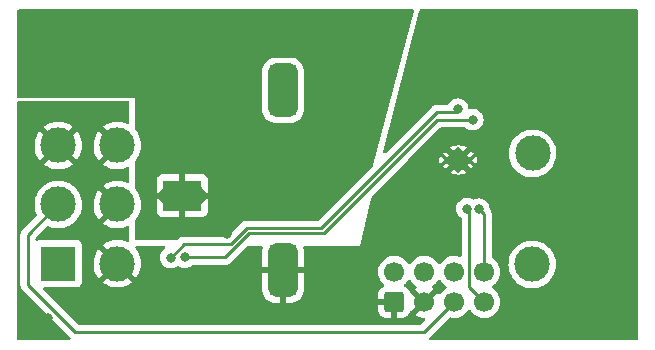
<source format=gbr>
%TF.GenerationSoftware,KiCad,Pcbnew,(6.0.9-0)*%
%TF.CreationDate,2022-12-01T16:18:30+01:00*%
%TF.ProjectId,Hlabs motor cotrol,486c6162-7320-46d6-9f74-6f7220636f74,rev?*%
%TF.SameCoordinates,Original*%
%TF.FileFunction,Copper,L2,Bot*%
%TF.FilePolarity,Positive*%
%FSLAX46Y46*%
G04 Gerber Fmt 4.6, Leading zero omitted, Abs format (unit mm)*
G04 Created by KiCad (PCBNEW (6.0.9-0)) date 2022-12-01 16:18:30*
%MOMM*%
%LPD*%
G01*
G04 APERTURE LIST*
G04 Aperture macros list*
%AMRoundRect*
0 Rectangle with rounded corners*
0 $1 Rounding radius*
0 $2 $3 $4 $5 $6 $7 $8 $9 X,Y pos of 4 corners*
0 Add a 4 corners polygon primitive as box body*
4,1,4,$2,$3,$4,$5,$6,$7,$8,$9,$2,$3,0*
0 Add four circle primitives for the rounded corners*
1,1,$1+$1,$2,$3*
1,1,$1+$1,$4,$5*
1,1,$1+$1,$6,$7*
1,1,$1+$1,$8,$9*
0 Add four rect primitives between the rounded corners*
20,1,$1+$1,$2,$3,$4,$5,0*
20,1,$1+$1,$4,$5,$6,$7,0*
20,1,$1+$1,$6,$7,$8,$9,0*
20,1,$1+$1,$8,$9,$2,$3,0*%
G04 Aperture macros list end*
%TA.AperFunction,ComponentPad*%
%ADD10C,0.300000*%
%TD*%
%TA.AperFunction,ComponentPad*%
%ADD11C,0.508000*%
%TD*%
%TA.AperFunction,ComponentPad*%
%ADD12RoundRect,0.250000X0.600000X-0.600000X0.600000X0.600000X-0.600000X0.600000X-0.600000X-0.600000X0*%
%TD*%
%TA.AperFunction,ComponentPad*%
%ADD13C,1.700000*%
%TD*%
%TA.AperFunction,ComponentPad*%
%ADD14C,0.630000*%
%TD*%
%TA.AperFunction,SMDPad,CuDef*%
%ADD15R,3.300000X2.600000*%
%TD*%
%TA.AperFunction,ComponentPad*%
%ADD16R,3.000000X3.000000*%
%TD*%
%TA.AperFunction,ComponentPad*%
%ADD17C,3.000000*%
%TD*%
%TA.AperFunction,ComponentPad*%
%ADD18RoundRect,0.625000X-0.625000X1.625000X-0.625000X-1.625000X0.625000X-1.625000X0.625000X1.625000X0*%
%TD*%
%TA.AperFunction,ViaPad*%
%ADD19C,0.800000*%
%TD*%
%TA.AperFunction,Conductor*%
%ADD20C,0.250000*%
%TD*%
G04 APERTURE END LIST*
D10*
%TO.P,REF\u002A\u002A,12*%
%TO.N,GND*%
X114312937Y-125234483D03*
%TO.P,REF\u002A\u002A,13*%
X113362937Y-124659483D03*
%TO.P,REF\u002A\u002A,14*%
X113362937Y-125809483D03*
%TO.P,REF\u002A\u002A,15*%
X112412937Y-125234483D03*
%TD*%
D11*
%TO.P,U1,V*%
%TO.N,GND*%
X112969237Y-124840783D03*
X113756637Y-125628183D03*
X112969237Y-125628183D03*
X113756637Y-124840783D03*
%TD*%
D12*
%TO.P,J1,1,Pin_1*%
%TO.N,GND*%
X107940000Y-137252500D03*
D13*
%TO.P,J1,2,Pin_2*%
%TO.N,/VMOT*%
X107940000Y-134712500D03*
%TO.P,J1,3,Pin_3*%
%TO.N,GND*%
X110480000Y-137252500D03*
%TO.P,J1,4,Pin_4*%
%TO.N,/VMOT*%
X110480000Y-134712500D03*
%TO.P,J1,5,Pin_5*%
%TO.N,pot_cmd*%
X113020000Y-137252500D03*
%TO.P,J1,6,Pin_6*%
%TO.N,+5V*%
X113020000Y-134712500D03*
%TO.P,J1,7,Pin_7*%
%TO.N,I2C SDA*%
X115560000Y-137252500D03*
%TO.P,J1,8,Pin_8*%
%TO.N,I2C SCL*%
X115560000Y-134712500D03*
%TD*%
D14*
%TO.P,U2,9,GND*%
%TO.N,GND1*%
X90000000Y-128900000D03*
X88700000Y-128900000D03*
X91300000Y-127600000D03*
D15*
X90000000Y-128250000D03*
D14*
X88700000Y-127600000D03*
X90000000Y-127600000D03*
X91300000Y-128900000D03*
%TD*%
D16*
%TO.P,RV1,1,1*%
%TO.N,+5V*%
X79500000Y-134000000D03*
D17*
%TO.P,RV1,2,2*%
%TO.N,pot_cmd*%
X79500000Y-129000000D03*
%TO.P,RV1,3,3*%
%TO.N,GND*%
X79500000Y-124000000D03*
%TO.P,RV1,4*%
X84500000Y-134000000D03*
%TO.P,RV1,5*%
X84500000Y-129000000D03*
%TO.P,RV1,6*%
X84500000Y-124000000D03*
D18*
%TO.P,RV1,GND*%
X98530000Y-119350000D03*
X98510000Y-134570000D03*
D17*
%TO.P,RV1,M+,M+*%
%TO.N,/M+*%
X119660000Y-124680000D03*
%TO.P,RV1,M-,M-*%
%TO.N,Net-(RV1-PadM-)*%
X119620000Y-134080000D03*
%TD*%
D19*
%TO.N,GND*%
X108750000Y-131750000D03*
X78600000Y-138600000D03*
X122160000Y-137940000D03*
X111820000Y-128430000D03*
X115350000Y-122970000D03*
X116510000Y-128470000D03*
%TO.N,I2C SDA*%
X114102133Y-129353291D03*
%TO.N,I2C SCL*%
X115100888Y-129391934D03*
%TO.N,Net-(U1-Pad1)*%
X90200000Y-133474500D03*
X114591999Y-121827158D03*
%TO.N,Net-(U1-Pad3)*%
X89000000Y-133500000D03*
X113320497Y-120930000D03*
%TO.N,GND1*%
X86750000Y-131500000D03*
X103500000Y-121975500D03*
X93500000Y-126250000D03*
X86750000Y-119000000D03*
X86800000Y-122750000D03*
X86750000Y-125250000D03*
X93750000Y-130250000D03*
X86750000Y-128250000D03*
X89500000Y-119000000D03*
X93750000Y-131500000D03*
X93200000Y-120400000D03*
%TD*%
D20*
%TO.N,pot_cmd*%
X76920000Y-135800000D02*
X80930000Y-139810000D01*
X110462500Y-139810000D02*
X113020000Y-137252500D01*
X79500000Y-129000000D02*
X76920000Y-131580000D01*
X80930000Y-139810000D02*
X110462500Y-139810000D01*
X76920000Y-131580000D02*
X76920000Y-135800000D01*
%TO.N,I2C SDA*%
X115560000Y-137252500D02*
X114280000Y-135972500D01*
X114280000Y-129531158D02*
X114102133Y-129353291D01*
X114280000Y-135972500D02*
X114280000Y-129531158D01*
%TO.N,I2C SCL*%
X115560000Y-134712500D02*
X115560000Y-129851046D01*
X115560000Y-129851046D02*
X115100888Y-129391934D01*
%TO.N,Net-(U1-Pad1)*%
X93636591Y-133474500D02*
X95661091Y-131450000D01*
X111582842Y-121827158D02*
X114591999Y-121827158D01*
X95661091Y-131450000D02*
X101960000Y-131450000D01*
X101960000Y-131450000D02*
X111582842Y-121827158D01*
X90200000Y-133474500D02*
X93636591Y-133474500D01*
%TO.N,Net-(U1-Pad3)*%
X90150707Y-132349293D02*
X89000000Y-133500000D01*
X101773604Y-131000000D02*
X95474695Y-131000000D01*
X95474695Y-131000000D02*
X94125402Y-132349293D01*
X113320497Y-120930000D02*
X113250497Y-120860000D01*
X94125402Y-132349293D02*
X90150707Y-132349293D01*
X113304483Y-121195517D02*
X111578087Y-121195517D01*
X111578087Y-121195517D02*
X101773604Y-131000000D01*
%TD*%
%TA.AperFunction,Conductor*%
%TO.N,GND1*%
G36*
X109574188Y-112511302D02*
G01*
X109620681Y-112564958D01*
X109630785Y-112635232D01*
X109627865Y-112649566D01*
X106175239Y-125678344D01*
X106142540Y-125735160D01*
X103696538Y-128181161D01*
X101548104Y-130329595D01*
X101485792Y-130363621D01*
X101459009Y-130366500D01*
X95553458Y-130366500D01*
X95542274Y-130365973D01*
X95534786Y-130364299D01*
X95526863Y-130364548D01*
X95466728Y-130366438D01*
X95462770Y-130366500D01*
X95434839Y-130366500D01*
X95430924Y-130366995D01*
X95430920Y-130366995D01*
X95430862Y-130367003D01*
X95430833Y-130367006D01*
X95418991Y-130367939D01*
X95374805Y-130369327D01*
X95357439Y-130374372D01*
X95355353Y-130374978D01*
X95336001Y-130378986D01*
X95323763Y-130380532D01*
X95323761Y-130380533D01*
X95315898Y-130381526D01*
X95274781Y-130397806D01*
X95263580Y-130401641D01*
X95221101Y-130413982D01*
X95214282Y-130418015D01*
X95214277Y-130418017D01*
X95203666Y-130424293D01*
X95185916Y-130432990D01*
X95167078Y-130440448D01*
X95160662Y-130445109D01*
X95160661Y-130445110D01*
X95131320Y-130466428D01*
X95121396Y-130472947D01*
X95090155Y-130491422D01*
X95090150Y-130491426D01*
X95083332Y-130495458D01*
X95069008Y-130509782D01*
X95053976Y-130522621D01*
X95037588Y-130534528D01*
X95009407Y-130568593D01*
X95001417Y-130577373D01*
X93899902Y-131678888D01*
X93837590Y-131712914D01*
X93810807Y-131715793D01*
X90229470Y-131715793D01*
X90218286Y-131715266D01*
X90210798Y-131713592D01*
X90202875Y-131713841D01*
X90142740Y-131715731D01*
X90138782Y-131715793D01*
X90110851Y-131715793D01*
X90106936Y-131716288D01*
X90106932Y-131716288D01*
X90106874Y-131716296D01*
X90106845Y-131716299D01*
X90095003Y-131717232D01*
X90050817Y-131718620D01*
X90033451Y-131723665D01*
X90031365Y-131724271D01*
X90012013Y-131728279D01*
X89999775Y-131729825D01*
X89999773Y-131729826D01*
X89991910Y-131730819D01*
X89950793Y-131747099D01*
X89939592Y-131750934D01*
X89897113Y-131763275D01*
X89890294Y-131767308D01*
X89890289Y-131767310D01*
X89879678Y-131773586D01*
X89861928Y-131782283D01*
X89843090Y-131789741D01*
X89836674Y-131794402D01*
X89836673Y-131794403D01*
X89807332Y-131815721D01*
X89797408Y-131822240D01*
X89766167Y-131840715D01*
X89766162Y-131840719D01*
X89759344Y-131844751D01*
X89745020Y-131859075D01*
X89729988Y-131871914D01*
X89713600Y-131883821D01*
X89695024Y-131906276D01*
X89685419Y-131917886D01*
X89677429Y-131926666D01*
X89641000Y-131963095D01*
X89578688Y-131997121D01*
X89551905Y-132000000D01*
X86126000Y-132000000D01*
X86057879Y-131979998D01*
X86011386Y-131926342D01*
X86000000Y-131874000D01*
X86000000Y-130389337D01*
X86020002Y-130321216D01*
X86032110Y-130305946D01*
X86031918Y-130305783D01*
X86034678Y-130302518D01*
X86037669Y-130299431D01*
X86199795Y-130078723D01*
X86212609Y-130055123D01*
X86328418Y-129841830D01*
X86328419Y-129841828D01*
X86330468Y-129838054D01*
X86419858Y-129601490D01*
X86422436Y-129594669D01*
X87842001Y-129594669D01*
X87842371Y-129601490D01*
X87847895Y-129652352D01*
X87851521Y-129667604D01*
X87896676Y-129788054D01*
X87905214Y-129803649D01*
X87981715Y-129905724D01*
X87994276Y-129918285D01*
X88096351Y-129994786D01*
X88111946Y-130003324D01*
X88232394Y-130048478D01*
X88247649Y-130052105D01*
X88298514Y-130057631D01*
X88305328Y-130058000D01*
X89727885Y-130058000D01*
X89743124Y-130053525D01*
X89744329Y-130052135D01*
X89746000Y-130044452D01*
X89746000Y-130039884D01*
X90254000Y-130039884D01*
X90258475Y-130055123D01*
X90259865Y-130056328D01*
X90267548Y-130057999D01*
X91694669Y-130057999D01*
X91701490Y-130057629D01*
X91752352Y-130052105D01*
X91767604Y-130048479D01*
X91888054Y-130003324D01*
X91903649Y-129994786D01*
X92005724Y-129918285D01*
X92018285Y-129905724D01*
X92094786Y-129803649D01*
X92103324Y-129788054D01*
X92148478Y-129667606D01*
X92152105Y-129652351D01*
X92157631Y-129601486D01*
X92158000Y-129594672D01*
X92158000Y-128522115D01*
X92153525Y-128506876D01*
X92152135Y-128505671D01*
X92144452Y-128504000D01*
X92073325Y-128504000D01*
X92047680Y-128511530D01*
X91389095Y-129170115D01*
X91326783Y-129204141D01*
X91255968Y-129199076D01*
X91210905Y-129170115D01*
X90662812Y-128622022D01*
X90648868Y-128614408D01*
X90647035Y-128614539D01*
X90640420Y-128618790D01*
X90266812Y-128992398D01*
X90254000Y-129015860D01*
X90254000Y-130039884D01*
X89746000Y-130039884D01*
X89746000Y-129023325D01*
X89738470Y-128997680D01*
X89362812Y-128622022D01*
X89348868Y-128614408D01*
X89347035Y-128614539D01*
X89340420Y-128618790D01*
X88789095Y-129170115D01*
X88726783Y-129204141D01*
X88655968Y-129199076D01*
X88610905Y-129170115D01*
X87957602Y-128516812D01*
X87940068Y-128507237D01*
X88670300Y-128507237D01*
X88673538Y-128514328D01*
X88687188Y-128527978D01*
X88701132Y-128535592D01*
X88702965Y-128535461D01*
X88709580Y-128531210D01*
X88723978Y-128516812D01*
X88729206Y-128507237D01*
X91270300Y-128507237D01*
X91273538Y-128514328D01*
X91287188Y-128527978D01*
X91301132Y-128535592D01*
X91302965Y-128535461D01*
X91309580Y-128531210D01*
X91323978Y-128516812D01*
X91329487Y-128506723D01*
X91322186Y-128504000D01*
X91281325Y-128504000D01*
X91270300Y-128507237D01*
X88729206Y-128507237D01*
X88729487Y-128506723D01*
X88722186Y-128504000D01*
X88681325Y-128504000D01*
X88670300Y-128507237D01*
X87940068Y-128507237D01*
X87934140Y-128504000D01*
X87860116Y-128504000D01*
X87844877Y-128508475D01*
X87843672Y-128509865D01*
X87842001Y-128517548D01*
X87842001Y-129594669D01*
X86422436Y-129594669D01*
X86425751Y-129585895D01*
X86425752Y-129585891D01*
X86427269Y-129581877D01*
X86478290Y-129359107D01*
X86487449Y-129319117D01*
X86487450Y-129319113D01*
X86488407Y-129314933D01*
X86512751Y-129042161D01*
X86512949Y-129023325D01*
X86513167Y-129002484D01*
X86513167Y-129002483D01*
X86513193Y-129000000D01*
X86494567Y-128726778D01*
X86439032Y-128458612D01*
X86347617Y-128200465D01*
X86239775Y-127991525D01*
X86232735Y-127977885D01*
X87842000Y-127977885D01*
X87846475Y-127993124D01*
X87847865Y-127994329D01*
X87855548Y-127996000D01*
X87926675Y-127996000D01*
X87935949Y-127993277D01*
X88670513Y-127993277D01*
X88677814Y-127996000D01*
X88718675Y-127996000D01*
X88727949Y-127993277D01*
X91270513Y-127993277D01*
X91277814Y-127996000D01*
X91318675Y-127996000D01*
X91329700Y-127992763D01*
X91326462Y-127985672D01*
X91312812Y-127972022D01*
X91298868Y-127964408D01*
X91297035Y-127964539D01*
X91290420Y-127968790D01*
X91276022Y-127983188D01*
X91270513Y-127993277D01*
X88727949Y-127993277D01*
X88729700Y-127992763D01*
X88726462Y-127985672D01*
X88712812Y-127972022D01*
X88698868Y-127964408D01*
X88697035Y-127964539D01*
X88690420Y-127968790D01*
X88676022Y-127983188D01*
X88670513Y-127993277D01*
X87935949Y-127993277D01*
X87952320Y-127988470D01*
X88610905Y-127329885D01*
X88673217Y-127295859D01*
X88744032Y-127300924D01*
X88789095Y-127329885D01*
X89337188Y-127877978D01*
X89351132Y-127885592D01*
X89352965Y-127885461D01*
X89359580Y-127881210D01*
X89733188Y-127507602D01*
X89746000Y-127484140D01*
X89746000Y-127476675D01*
X90254000Y-127476675D01*
X90261530Y-127502320D01*
X90637188Y-127877978D01*
X90651132Y-127885592D01*
X90652965Y-127885461D01*
X90659580Y-127881210D01*
X91210905Y-127329885D01*
X91273217Y-127295859D01*
X91344032Y-127300924D01*
X91389095Y-127329885D01*
X92042398Y-127983188D01*
X92065860Y-127996000D01*
X92139884Y-127996000D01*
X92155123Y-127991525D01*
X92156328Y-127990135D01*
X92157999Y-127982452D01*
X92157999Y-126905331D01*
X92157629Y-126898510D01*
X92152105Y-126847648D01*
X92148479Y-126832396D01*
X92103324Y-126711946D01*
X92094786Y-126696351D01*
X92018285Y-126594276D01*
X92005724Y-126581715D01*
X91903649Y-126505214D01*
X91888054Y-126496676D01*
X91767606Y-126451522D01*
X91752351Y-126447895D01*
X91701486Y-126442369D01*
X91694672Y-126442000D01*
X90272115Y-126442000D01*
X90256876Y-126446475D01*
X90255671Y-126447865D01*
X90254000Y-126455548D01*
X90254000Y-127476675D01*
X89746000Y-127476675D01*
X89746000Y-126460116D01*
X89741525Y-126444877D01*
X89740135Y-126443672D01*
X89732452Y-126442001D01*
X88305331Y-126442001D01*
X88298510Y-126442371D01*
X88247648Y-126447895D01*
X88232396Y-126451521D01*
X88111946Y-126496676D01*
X88096351Y-126505214D01*
X87994276Y-126581715D01*
X87981715Y-126594276D01*
X87905214Y-126696351D01*
X87896676Y-126711946D01*
X87851522Y-126832394D01*
X87847895Y-126847649D01*
X87842369Y-126898514D01*
X87842000Y-126905328D01*
X87842000Y-127977885D01*
X86232735Y-127977885D01*
X86223978Y-127960919D01*
X86223978Y-127960918D01*
X86222013Y-127957112D01*
X86209380Y-127939136D01*
X86067012Y-127736567D01*
X86067011Y-127736566D01*
X86064545Y-127733057D01*
X86061619Y-127729908D01*
X86033700Y-127699863D01*
X86001981Y-127636346D01*
X86000000Y-127614092D01*
X86000000Y-125389337D01*
X86020002Y-125321216D01*
X86032110Y-125305946D01*
X86031918Y-125305783D01*
X86034678Y-125302518D01*
X86037669Y-125299431D01*
X86199795Y-125078723D01*
X86201841Y-125074955D01*
X86328418Y-124841830D01*
X86328419Y-124841828D01*
X86330468Y-124838054D01*
X86427269Y-124581877D01*
X86488407Y-124314933D01*
X86512751Y-124042161D01*
X86513193Y-124000000D01*
X86494567Y-123726778D01*
X86439032Y-123458612D01*
X86347617Y-123200465D01*
X86222013Y-122957112D01*
X86209380Y-122939136D01*
X86067012Y-122736567D01*
X86067011Y-122736566D01*
X86064545Y-122733057D01*
X86061619Y-122729908D01*
X86033700Y-122699863D01*
X86001981Y-122636346D01*
X86000000Y-122614092D01*
X86000000Y-121061784D01*
X96771500Y-121061784D01*
X96774591Y-121111795D01*
X96820852Y-121323082D01*
X96906232Y-121521809D01*
X97027650Y-121700807D01*
X97103626Y-121776650D01*
X97176479Y-121849376D01*
X97176482Y-121849379D01*
X97180726Y-121853615D01*
X97359935Y-121974721D01*
X97558811Y-122059754D01*
X97564671Y-122061026D01*
X97564670Y-122061026D01*
X97765416Y-122104612D01*
X97765418Y-122104612D01*
X97770179Y-122105646D01*
X97780610Y-122106266D01*
X97816360Y-122108390D01*
X97816369Y-122108390D01*
X97818216Y-122108500D01*
X99241784Y-122108500D01*
X99291795Y-122105409D01*
X99503082Y-122059148D01*
X99701809Y-121973768D01*
X99880807Y-121852350D01*
X99956650Y-121776374D01*
X100029376Y-121703521D01*
X100029379Y-121703518D01*
X100033615Y-121699274D01*
X100154721Y-121520065D01*
X100239754Y-121321189D01*
X100285646Y-121109821D01*
X100288500Y-121061784D01*
X100288500Y-117638216D01*
X100285409Y-117588205D01*
X100239148Y-117376918D01*
X100153768Y-117178191D01*
X100032350Y-116999193D01*
X99884801Y-116851902D01*
X99883521Y-116850624D01*
X99883518Y-116850621D01*
X99879274Y-116846385D01*
X99700065Y-116725279D01*
X99501189Y-116640246D01*
X99410852Y-116620632D01*
X99294584Y-116595388D01*
X99294582Y-116595388D01*
X99289821Y-116594354D01*
X99279390Y-116593734D01*
X99243640Y-116591610D01*
X99243631Y-116591610D01*
X99241784Y-116591500D01*
X97818216Y-116591500D01*
X97768205Y-116594591D01*
X97556918Y-116640852D01*
X97358191Y-116726232D01*
X97179193Y-116847650D01*
X97103350Y-116923626D01*
X97030624Y-116996479D01*
X97030621Y-116996482D01*
X97026385Y-117000726D01*
X96905279Y-117179935D01*
X96820246Y-117378811D01*
X96774354Y-117590179D01*
X96771500Y-117638216D01*
X96771500Y-121061784D01*
X86000000Y-121061784D01*
X86000000Y-120000000D01*
X76134500Y-120000000D01*
X76066379Y-119979998D01*
X76019886Y-119926342D01*
X76008500Y-119874000D01*
X76008500Y-112617300D01*
X76028502Y-112549179D01*
X76082158Y-112502686D01*
X76134500Y-112491300D01*
X109506067Y-112491300D01*
X109574188Y-112511302D01*
G37*
%TD.AperFunction*%
%TD*%
%TA.AperFunction,Conductor*%
%TO.N,GND*%
G36*
X128543421Y-112511302D02*
G01*
X128589914Y-112564958D01*
X128601300Y-112617300D01*
X128601300Y-140365500D01*
X128581298Y-140433621D01*
X128527642Y-140480114D01*
X128475300Y-140491500D01*
X110986349Y-140491500D01*
X110918228Y-140471498D01*
X110871735Y-140417842D01*
X110861631Y-140347568D01*
X110891125Y-140282988D01*
X110895431Y-140278506D01*
X110899607Y-140275472D01*
X110927798Y-140241395D01*
X110935788Y-140232616D01*
X112564549Y-138603855D01*
X112626861Y-138569829D01*
X112678762Y-138569479D01*
X112858597Y-138606067D01*
X112863772Y-138606257D01*
X112863774Y-138606257D01*
X113076673Y-138614064D01*
X113076677Y-138614064D01*
X113081837Y-138614253D01*
X113086957Y-138613597D01*
X113086959Y-138613597D01*
X113298288Y-138586525D01*
X113298289Y-138586525D01*
X113303416Y-138585868D01*
X113308366Y-138584383D01*
X113512429Y-138523161D01*
X113512434Y-138523159D01*
X113517384Y-138521674D01*
X113717994Y-138423396D01*
X113899860Y-138293673D01*
X114058096Y-138135989D01*
X114188453Y-137954577D01*
X114189776Y-137955528D01*
X114236645Y-137912357D01*
X114306580Y-137900125D01*
X114372026Y-137927644D01*
X114399875Y-137959494D01*
X114459987Y-138057588D01*
X114606250Y-138226438D01*
X114778126Y-138369132D01*
X114971000Y-138481838D01*
X115179692Y-138561530D01*
X115184760Y-138562561D01*
X115184763Y-138562562D01*
X115292017Y-138584383D01*
X115398597Y-138606067D01*
X115403772Y-138606257D01*
X115403774Y-138606257D01*
X115616673Y-138614064D01*
X115616677Y-138614064D01*
X115621837Y-138614253D01*
X115626957Y-138613597D01*
X115626959Y-138613597D01*
X115838288Y-138586525D01*
X115838289Y-138586525D01*
X115843416Y-138585868D01*
X115848366Y-138584383D01*
X116052429Y-138523161D01*
X116052434Y-138523159D01*
X116057384Y-138521674D01*
X116257994Y-138423396D01*
X116439860Y-138293673D01*
X116598096Y-138135989D01*
X116728453Y-137954577D01*
X116749320Y-137912357D01*
X116825136Y-137758953D01*
X116825137Y-137758951D01*
X116827430Y-137754311D01*
X116892370Y-137540569D01*
X116921529Y-137319090D01*
X116922485Y-137279952D01*
X116923074Y-137255865D01*
X116923074Y-137255861D01*
X116923156Y-137252500D01*
X116904852Y-137029861D01*
X116850431Y-136813202D01*
X116761354Y-136608340D01*
X116714024Y-136535179D01*
X116642822Y-136425117D01*
X116642820Y-136425114D01*
X116640014Y-136420777D01*
X116489670Y-136255551D01*
X116485619Y-136252352D01*
X116485615Y-136252348D01*
X116318414Y-136120300D01*
X116318410Y-136120298D01*
X116314359Y-136117098D01*
X116273053Y-136094296D01*
X116223084Y-136043864D01*
X116208312Y-135974421D01*
X116233428Y-135908016D01*
X116260780Y-135881409D01*
X116319035Y-135839856D01*
X116439860Y-135753673D01*
X116445718Y-135747836D01*
X116563385Y-135630579D01*
X116598096Y-135595989D01*
X116634939Y-135544717D01*
X116725435Y-135418777D01*
X116728453Y-135414577D01*
X116749320Y-135372357D01*
X116825136Y-135218953D01*
X116825137Y-135218951D01*
X116827430Y-135214311D01*
X116892370Y-135000569D01*
X116921529Y-134779090D01*
X116923156Y-134712500D01*
X116904852Y-134489861D01*
X116850431Y-134273202D01*
X116761354Y-134068340D01*
X116755259Y-134058918D01*
X117606917Y-134058918D01*
X117622682Y-134332320D01*
X117623507Y-134336525D01*
X117623508Y-134336533D01*
X117637628Y-134408500D01*
X117675405Y-134601053D01*
X117676792Y-134605103D01*
X117676793Y-134605108D01*
X117757770Y-134841621D01*
X117764112Y-134860144D01*
X117787812Y-134907267D01*
X117875650Y-135081913D01*
X117887160Y-135104799D01*
X117889586Y-135108328D01*
X117889589Y-135108334D01*
X117963944Y-135216520D01*
X118042274Y-135330490D01*
X118045161Y-135333663D01*
X118045162Y-135333664D01*
X118123261Y-135419494D01*
X118226582Y-135533043D01*
X118229877Y-135535798D01*
X118229878Y-135535799D01*
X118274382Y-135573010D01*
X118436675Y-135708707D01*
X118440316Y-135710991D01*
X118665024Y-135851951D01*
X118665028Y-135851953D01*
X118668664Y-135854234D01*
X118752240Y-135891970D01*
X118914345Y-135965164D01*
X118914349Y-135965166D01*
X118918257Y-135966930D01*
X118967931Y-135981644D01*
X119176723Y-136043491D01*
X119176727Y-136043492D01*
X119180836Y-136044709D01*
X119185070Y-136045357D01*
X119185075Y-136045358D01*
X119447298Y-136085483D01*
X119447300Y-136085483D01*
X119451540Y-136086132D01*
X119590912Y-136088322D01*
X119721071Y-136090367D01*
X119721077Y-136090367D01*
X119725362Y-136090434D01*
X119997235Y-136057534D01*
X120262127Y-135988041D01*
X120266087Y-135986401D01*
X120266092Y-135986399D01*
X120427988Y-135919339D01*
X120515136Y-135883241D01*
X120706332Y-135771515D01*
X120747879Y-135747237D01*
X120747880Y-135747236D01*
X120751582Y-135745073D01*
X120967089Y-135576094D01*
X120990893Y-135551531D01*
X121119540Y-135418777D01*
X121157669Y-135379431D01*
X121160202Y-135375983D01*
X121160206Y-135375978D01*
X121317257Y-135162178D01*
X121319795Y-135158723D01*
X121338146Y-135124925D01*
X121448418Y-134921830D01*
X121448419Y-134921828D01*
X121450468Y-134918054D01*
X121547269Y-134661877D01*
X121608407Y-134394933D01*
X121609595Y-134381628D01*
X121632531Y-134124627D01*
X121632531Y-134124625D01*
X121632751Y-134122161D01*
X121632900Y-134108000D01*
X121633167Y-134082484D01*
X121633167Y-134082483D01*
X121633193Y-134080000D01*
X121630730Y-134043875D01*
X121614859Y-133811055D01*
X121614858Y-133811049D01*
X121614567Y-133806778D01*
X121598900Y-133731123D01*
X121563899Y-133562112D01*
X121559032Y-133538612D01*
X121467617Y-133280465D01*
X121342013Y-133037112D01*
X121332040Y-133022921D01*
X121217673Y-132860194D01*
X121184545Y-132813057D01*
X121031401Y-132648254D01*
X121001046Y-132615588D01*
X121001043Y-132615585D01*
X120998125Y-132612445D01*
X120994810Y-132609731D01*
X120994806Y-132609728D01*
X120789523Y-132441706D01*
X120786205Y-132438990D01*
X120552704Y-132295901D01*
X120548768Y-132294173D01*
X120305873Y-132187549D01*
X120305869Y-132187548D01*
X120301945Y-132185825D01*
X120038566Y-132110800D01*
X120034324Y-132110196D01*
X120034318Y-132110195D01*
X119826885Y-132080673D01*
X119767443Y-132072213D01*
X119623589Y-132071460D01*
X119497877Y-132070802D01*
X119497871Y-132070802D01*
X119493591Y-132070780D01*
X119489347Y-132071339D01*
X119489343Y-132071339D01*
X119418445Y-132080673D01*
X119222078Y-132106525D01*
X119217938Y-132107658D01*
X119217936Y-132107658D01*
X119145008Y-132127609D01*
X118957928Y-132178788D01*
X118953980Y-132180472D01*
X118709982Y-132284546D01*
X118709978Y-132284548D01*
X118706030Y-132286232D01*
X118686125Y-132298145D01*
X118474725Y-132424664D01*
X118474721Y-132424667D01*
X118471043Y-132426868D01*
X118257318Y-132598094D01*
X118068808Y-132796742D01*
X117909002Y-133019136D01*
X117780857Y-133261161D01*
X117779385Y-133265184D01*
X117779383Y-133265188D01*
X117689556Y-133510650D01*
X117686743Y-133518337D01*
X117628404Y-133785907D01*
X117628068Y-133790177D01*
X117616279Y-133939972D01*
X117606917Y-134058918D01*
X116755259Y-134058918D01*
X116656264Y-133905895D01*
X116642822Y-133885117D01*
X116642820Y-133885114D01*
X116640014Y-133880777D01*
X116489670Y-133715551D01*
X116485619Y-133712352D01*
X116485615Y-133712348D01*
X116318414Y-133580300D01*
X116318410Y-133580298D01*
X116314359Y-133577098D01*
X116309835Y-133574601D01*
X116309831Y-133574598D01*
X116258608Y-133546322D01*
X116208636Y-133495890D01*
X116193500Y-133436013D01*
X116193500Y-129929809D01*
X116194027Y-129918625D01*
X116195701Y-129911137D01*
X116193562Y-129843078D01*
X116193500Y-129839121D01*
X116193500Y-129811190D01*
X116192994Y-129807184D01*
X116192061Y-129795338D01*
X116190922Y-129759083D01*
X116190673Y-129751156D01*
X116185022Y-129731704D01*
X116181014Y-129712352D01*
X116179468Y-129700114D01*
X116179467Y-129700112D01*
X116178474Y-129692249D01*
X116162194Y-129651132D01*
X116158359Y-129639931D01*
X116146018Y-129597452D01*
X116141985Y-129590633D01*
X116141983Y-129590628D01*
X116135707Y-129580017D01*
X116127010Y-129562267D01*
X116119552Y-129543429D01*
X116093571Y-129507669D01*
X116087053Y-129497747D01*
X116068578Y-129466506D01*
X116068574Y-129466501D01*
X116064542Y-129459683D01*
X116050218Y-129445359D01*
X116037371Y-129430316D01*
X116035061Y-129427136D01*
X116011693Y-129366254D01*
X115995120Y-129208569D01*
X115995120Y-129208567D01*
X115994430Y-129202006D01*
X115935415Y-129020378D01*
X115839928Y-128854990D01*
X115712141Y-128713068D01*
X115557640Y-128600816D01*
X115551612Y-128598132D01*
X115551610Y-128598131D01*
X115389207Y-128525825D01*
X115389206Y-128525825D01*
X115383176Y-128523140D01*
X115289775Y-128503287D01*
X115202832Y-128484806D01*
X115202827Y-128484806D01*
X115196375Y-128483434D01*
X115005401Y-128483434D01*
X114998949Y-128484806D01*
X114998944Y-128484806D01*
X114912001Y-128503287D01*
X114818600Y-128523140D01*
X114812570Y-128525825D01*
X114812569Y-128525825D01*
X114690712Y-128580079D01*
X114620345Y-128589513D01*
X114570214Y-128568887D01*
X114569944Y-128569355D01*
X114566456Y-128567341D01*
X114565401Y-128566907D01*
X114564228Y-128566055D01*
X114558885Y-128562173D01*
X114552857Y-128559489D01*
X114552855Y-128559488D01*
X114390452Y-128487182D01*
X114390451Y-128487182D01*
X114384421Y-128484497D01*
X114282388Y-128462809D01*
X114204077Y-128446163D01*
X114204072Y-128446163D01*
X114197620Y-128444791D01*
X114006646Y-128444791D01*
X114000194Y-128446163D01*
X114000189Y-128446163D01*
X113921878Y-128462809D01*
X113819845Y-128484497D01*
X113813815Y-128487182D01*
X113813814Y-128487182D01*
X113651411Y-128559488D01*
X113651409Y-128559489D01*
X113645381Y-128562173D01*
X113640040Y-128566053D01*
X113640039Y-128566054D01*
X113607751Y-128589513D01*
X113490880Y-128674425D01*
X113486459Y-128679335D01*
X113486458Y-128679336D01*
X113389568Y-128786944D01*
X113363093Y-128816347D01*
X113267606Y-128981735D01*
X113208591Y-129163363D01*
X113207901Y-129169924D01*
X113207901Y-129169926D01*
X113193110Y-129310657D01*
X113188629Y-129353291D01*
X113189319Y-129359856D01*
X113196725Y-129430316D01*
X113208591Y-129543219D01*
X113267606Y-129724847D01*
X113270909Y-129730569D01*
X113270910Y-129730570D01*
X113287372Y-129759083D01*
X113363093Y-129890235D01*
X113367511Y-129895142D01*
X113367512Y-129895143D01*
X113462479Y-130000615D01*
X113490880Y-130032157D01*
X113559728Y-130082178D01*
X113594561Y-130107486D01*
X113637915Y-130163708D01*
X113646500Y-130209422D01*
X113646500Y-133314830D01*
X113626498Y-133382951D01*
X113572842Y-133429444D01*
X113502568Y-133439548D01*
X113478443Y-133433604D01*
X113424658Y-133414558D01*
X113373087Y-133396295D01*
X113373083Y-133396294D01*
X113368212Y-133394569D01*
X113363119Y-133393662D01*
X113363116Y-133393661D01*
X113153373Y-133356300D01*
X113153367Y-133356299D01*
X113148284Y-133355394D01*
X113074452Y-133354492D01*
X112930081Y-133352728D01*
X112930079Y-133352728D01*
X112924911Y-133352665D01*
X112704091Y-133386455D01*
X112491756Y-133455857D01*
X112461443Y-133471637D01*
X112317975Y-133546322D01*
X112293607Y-133559007D01*
X112289474Y-133562110D01*
X112289471Y-133562112D01*
X112265247Y-133580300D01*
X112114965Y-133693135D01*
X111960629Y-133854638D01*
X111853201Y-134012121D01*
X111798293Y-134057121D01*
X111727768Y-134065292D01*
X111664021Y-134034038D01*
X111643324Y-134009554D01*
X111562822Y-133885117D01*
X111562820Y-133885114D01*
X111560014Y-133880777D01*
X111409670Y-133715551D01*
X111405619Y-133712352D01*
X111405615Y-133712348D01*
X111238414Y-133580300D01*
X111238410Y-133580298D01*
X111234359Y-133577098D01*
X111229831Y-133574598D01*
X111164641Y-133538612D01*
X111038789Y-133469138D01*
X111033920Y-133467414D01*
X111033916Y-133467412D01*
X110833087Y-133396295D01*
X110833083Y-133396294D01*
X110828212Y-133394569D01*
X110823119Y-133393662D01*
X110823116Y-133393661D01*
X110613373Y-133356300D01*
X110613367Y-133356299D01*
X110608284Y-133355394D01*
X110534452Y-133354492D01*
X110390081Y-133352728D01*
X110390079Y-133352728D01*
X110384911Y-133352665D01*
X110164091Y-133386455D01*
X109951756Y-133455857D01*
X109921443Y-133471637D01*
X109777975Y-133546322D01*
X109753607Y-133559007D01*
X109749474Y-133562110D01*
X109749471Y-133562112D01*
X109725247Y-133580300D01*
X109574965Y-133693135D01*
X109420629Y-133854638D01*
X109313201Y-134012121D01*
X109258293Y-134057121D01*
X109187768Y-134065292D01*
X109124021Y-134034038D01*
X109103324Y-134009554D01*
X109022822Y-133885117D01*
X109022820Y-133885114D01*
X109020014Y-133880777D01*
X108869670Y-133715551D01*
X108865619Y-133712352D01*
X108865615Y-133712348D01*
X108698414Y-133580300D01*
X108698410Y-133580298D01*
X108694359Y-133577098D01*
X108689831Y-133574598D01*
X108624641Y-133538612D01*
X108498789Y-133469138D01*
X108493920Y-133467414D01*
X108493916Y-133467412D01*
X108293087Y-133396295D01*
X108293083Y-133396294D01*
X108288212Y-133394569D01*
X108283119Y-133393662D01*
X108283116Y-133393661D01*
X108073373Y-133356300D01*
X108073367Y-133356299D01*
X108068284Y-133355394D01*
X107994452Y-133354492D01*
X107850081Y-133352728D01*
X107850079Y-133352728D01*
X107844911Y-133352665D01*
X107624091Y-133386455D01*
X107411756Y-133455857D01*
X107381443Y-133471637D01*
X107237975Y-133546322D01*
X107213607Y-133559007D01*
X107209474Y-133562110D01*
X107209471Y-133562112D01*
X107185247Y-133580300D01*
X107034965Y-133693135D01*
X106880629Y-133854638D01*
X106754743Y-134039180D01*
X106721776Y-134110202D01*
X106670660Y-134220323D01*
X106660688Y-134241805D01*
X106600989Y-134457070D01*
X106577251Y-134679195D01*
X106577548Y-134684348D01*
X106577548Y-134684351D01*
X106585766Y-134826876D01*
X106590110Y-134902215D01*
X106591247Y-134907261D01*
X106591248Y-134907267D01*
X106594530Y-134921830D01*
X106639222Y-135120139D01*
X106723266Y-135327116D01*
X106774019Y-135409938D01*
X106837291Y-135513188D01*
X106839987Y-135517588D01*
X106986250Y-135686438D01*
X107053686Y-135742424D01*
X107056772Y-135744986D01*
X107096408Y-135803889D01*
X107097906Y-135874870D01*
X107060792Y-135935393D01*
X107029739Y-135956032D01*
X107010040Y-135965260D01*
X106872193Y-136050563D01*
X106860792Y-136059599D01*
X106746261Y-136174329D01*
X106737249Y-136185740D01*
X106652184Y-136323743D01*
X106646037Y-136336924D01*
X106594862Y-136491210D01*
X106591995Y-136504586D01*
X106582328Y-136598938D01*
X106582000Y-136605355D01*
X106582000Y-136980385D01*
X106586475Y-136995624D01*
X106587865Y-136996829D01*
X106595548Y-136998500D01*
X108068000Y-136998500D01*
X108136121Y-137018502D01*
X108182614Y-137072158D01*
X108194000Y-137124500D01*
X108194000Y-138592384D01*
X108198475Y-138607623D01*
X108199865Y-138608828D01*
X108207548Y-138610499D01*
X108587095Y-138610499D01*
X108593614Y-138610162D01*
X108689206Y-138600243D01*
X108702600Y-138597351D01*
X108856784Y-138545912D01*
X108869962Y-138539739D01*
X109007807Y-138454437D01*
X109019208Y-138445401D01*
X109133739Y-138330671D01*
X109142751Y-138319260D01*
X109227816Y-138181257D01*
X109233964Y-138168074D01*
X109256297Y-138100741D01*
X109296727Y-138042381D01*
X109326015Y-138024699D01*
X109365694Y-138007596D01*
X110107978Y-137265312D01*
X110115592Y-137251368D01*
X110115461Y-137249535D01*
X110111210Y-137242920D01*
X109369849Y-136501559D01*
X109329966Y-136479780D01*
X109316009Y-136476744D01*
X109265807Y-136426542D01*
X109256871Y-136406032D01*
X109233413Y-136335718D01*
X109227239Y-136322538D01*
X109141937Y-136184693D01*
X109132901Y-136173292D01*
X109018171Y-136058761D01*
X109006760Y-136049749D01*
X108868757Y-135964684D01*
X108854478Y-135958025D01*
X108801193Y-135911107D01*
X108781732Y-135842830D01*
X108802274Y-135774870D01*
X108820475Y-135754290D01*
X108819860Y-135753673D01*
X108943385Y-135630579D01*
X108978096Y-135595989D01*
X109014939Y-135544717D01*
X109108453Y-135414577D01*
X109109776Y-135415528D01*
X109156645Y-135372357D01*
X109226580Y-135360125D01*
X109292026Y-135387644D01*
X109319875Y-135419494D01*
X109379987Y-135517588D01*
X109526250Y-135686438D01*
X109698126Y-135829132D01*
X109733427Y-135849760D01*
X109771955Y-135872274D01*
X109820679Y-135923912D01*
X109833750Y-135993695D01*
X109807019Y-136059467D01*
X109766562Y-136092827D01*
X109758460Y-136097044D01*
X109749734Y-136102539D01*
X109729677Y-136117599D01*
X109721223Y-136128927D01*
X109727968Y-136141258D01*
X110467188Y-136880478D01*
X110481132Y-136888092D01*
X110482965Y-136887961D01*
X110489580Y-136883710D01*
X111233389Y-136139901D01*
X111240410Y-136127044D01*
X111233611Y-136117713D01*
X111229559Y-136115021D01*
X111192602Y-136094620D01*
X111142631Y-136044187D01*
X111127859Y-135974745D01*
X111152975Y-135908339D01*
X111180327Y-135881732D01*
X111218878Y-135854234D01*
X111359860Y-135753673D01*
X111365718Y-135747836D01*
X111483385Y-135630579D01*
X111518096Y-135595989D01*
X111554939Y-135544717D01*
X111648453Y-135414577D01*
X111649776Y-135415528D01*
X111696645Y-135372357D01*
X111766580Y-135360125D01*
X111832026Y-135387644D01*
X111859875Y-135419494D01*
X111919987Y-135517588D01*
X112066250Y-135686438D01*
X112238126Y-135829132D01*
X112273427Y-135849760D01*
X112311445Y-135871976D01*
X112360169Y-135923614D01*
X112373240Y-135993397D01*
X112346509Y-136059169D01*
X112306055Y-136092527D01*
X112293607Y-136099007D01*
X112289474Y-136102110D01*
X112289471Y-136102112D01*
X112131504Y-136220717D01*
X112114965Y-136233135D01*
X111960629Y-136394638D01*
X111957715Y-136398910D01*
X111957714Y-136398911D01*
X111906153Y-136474497D01*
X111863467Y-136537073D01*
X111852898Y-136552566D01*
X111797987Y-136597569D01*
X111727462Y-136605740D01*
X111663715Y-136574486D01*
X111643017Y-136550001D01*
X111613062Y-136503697D01*
X111602377Y-136494495D01*
X111592812Y-136498898D01*
X109726737Y-138364973D01*
X109719977Y-138377353D01*
X109725258Y-138384407D01*
X109886756Y-138478779D01*
X109896042Y-138483229D01*
X110095001Y-138559203D01*
X110104899Y-138562079D01*
X110313595Y-138604538D01*
X110323823Y-138605757D01*
X110466131Y-138610976D01*
X110533473Y-138633461D01*
X110577969Y-138688784D01*
X110585491Y-138759381D01*
X110550609Y-138825986D01*
X110237000Y-139139595D01*
X110174688Y-139173621D01*
X110147905Y-139176500D01*
X81244595Y-139176500D01*
X81176474Y-139156498D01*
X81155500Y-139139595D01*
X79915500Y-137899595D01*
X106582001Y-137899595D01*
X106582338Y-137906114D01*
X106592257Y-138001706D01*
X106595149Y-138015100D01*
X106646588Y-138169284D01*
X106652761Y-138182462D01*
X106738063Y-138320307D01*
X106747099Y-138331708D01*
X106861829Y-138446239D01*
X106873240Y-138455251D01*
X107011243Y-138540316D01*
X107024424Y-138546463D01*
X107178710Y-138597638D01*
X107192086Y-138600505D01*
X107286438Y-138610172D01*
X107292854Y-138610500D01*
X107667885Y-138610500D01*
X107683124Y-138606025D01*
X107684329Y-138604635D01*
X107686000Y-138596952D01*
X107686000Y-137524615D01*
X107681525Y-137509376D01*
X107680135Y-137508171D01*
X107672452Y-137506500D01*
X106600116Y-137506500D01*
X106584877Y-137510975D01*
X106583672Y-137512365D01*
X106582001Y-137520048D01*
X106582001Y-137899595D01*
X79915500Y-137899595D01*
X78295712Y-136279807D01*
X96752001Y-136279807D01*
X96752121Y-136283701D01*
X96754790Y-136326893D01*
X96756126Y-136336472D01*
X96800048Y-136537073D01*
X96803695Y-136548432D01*
X96884306Y-136736059D01*
X96890041Y-136746533D01*
X97004669Y-136915522D01*
X97012282Y-136924724D01*
X97156802Y-137068992D01*
X97166015Y-137076587D01*
X97335206Y-137190922D01*
X97345690Y-137196638D01*
X97533450Y-137276918D01*
X97544821Y-137280547D01*
X97745480Y-137324115D01*
X97755100Y-137325437D01*
X97796387Y-137327890D01*
X97800102Y-137328000D01*
X98237885Y-137328000D01*
X98253124Y-137323525D01*
X98254329Y-137322135D01*
X98256000Y-137314452D01*
X98256000Y-137309884D01*
X98764000Y-137309884D01*
X98768475Y-137325123D01*
X98769865Y-137326328D01*
X98777548Y-137327999D01*
X99219807Y-137327999D01*
X99223701Y-137327879D01*
X99266893Y-137325210D01*
X99276472Y-137323874D01*
X99477073Y-137279952D01*
X99488432Y-137276305D01*
X99676059Y-137195694D01*
X99686533Y-137189959D01*
X99855522Y-137075331D01*
X99864724Y-137067718D01*
X100008992Y-136923198D01*
X100016587Y-136913985D01*
X100130922Y-136744794D01*
X100136638Y-136734310D01*
X100216918Y-136546550D01*
X100220547Y-136535179D01*
X100264115Y-136334520D01*
X100265437Y-136324900D01*
X100267890Y-136283613D01*
X100268000Y-136279898D01*
X100268000Y-134842115D01*
X100263525Y-134826876D01*
X100262135Y-134825671D01*
X100254452Y-134824000D01*
X98782115Y-134824000D01*
X98766876Y-134828475D01*
X98765671Y-134829865D01*
X98764000Y-134837548D01*
X98764000Y-137309884D01*
X98256000Y-137309884D01*
X98256000Y-134842115D01*
X98251525Y-134826876D01*
X98250135Y-134825671D01*
X98242452Y-134824000D01*
X96770116Y-134824000D01*
X96754877Y-134828475D01*
X96753672Y-134829865D01*
X96752001Y-134837548D01*
X96752001Y-136279807D01*
X78295712Y-136279807D01*
X78239500Y-136223595D01*
X78205474Y-136161283D01*
X78210539Y-136090468D01*
X78253086Y-136033632D01*
X78319606Y-136008821D01*
X78328595Y-136008500D01*
X81048134Y-136008500D01*
X81110316Y-136001745D01*
X81246705Y-135950615D01*
X81363261Y-135863261D01*
X81450615Y-135746705D01*
X81501745Y-135610316D01*
X81503990Y-135589654D01*
X83275618Y-135589654D01*
X83282673Y-135599627D01*
X83313679Y-135625551D01*
X83320598Y-135630579D01*
X83545272Y-135771515D01*
X83552807Y-135775556D01*
X83794520Y-135884694D01*
X83802551Y-135887680D01*
X84056832Y-135963002D01*
X84065184Y-135964869D01*
X84327340Y-136004984D01*
X84335874Y-136005700D01*
X84601045Y-136009867D01*
X84609596Y-136009418D01*
X84872883Y-135977557D01*
X84881284Y-135975955D01*
X85137824Y-135908653D01*
X85145926Y-135905926D01*
X85390949Y-135804434D01*
X85398617Y-135800628D01*
X85627598Y-135666822D01*
X85634679Y-135662009D01*
X85714655Y-135599301D01*
X85723125Y-135587442D01*
X85716608Y-135575818D01*
X84512812Y-134372022D01*
X84498868Y-134364408D01*
X84497035Y-134364539D01*
X84490420Y-134368790D01*
X83282910Y-135576300D01*
X83275618Y-135589654D01*
X81503990Y-135589654D01*
X81508500Y-135548134D01*
X81508500Y-133983204D01*
X82487665Y-133983204D01*
X82502932Y-134247969D01*
X82504005Y-134256470D01*
X82555065Y-134516722D01*
X82557276Y-134524974D01*
X82643184Y-134775894D01*
X82646499Y-134783779D01*
X82765664Y-135020713D01*
X82770020Y-135028079D01*
X82899347Y-135216250D01*
X82909601Y-135224594D01*
X82923342Y-135217448D01*
X84127978Y-134012812D01*
X84135592Y-133998868D01*
X84135461Y-133997035D01*
X84131210Y-133990420D01*
X82923814Y-132783024D01*
X82911804Y-132776466D01*
X82900064Y-132785434D01*
X82791935Y-132935911D01*
X82787418Y-132943196D01*
X82663325Y-133177567D01*
X82659839Y-133185395D01*
X82568700Y-133434446D01*
X82566311Y-133442670D01*
X82509812Y-133701795D01*
X82508563Y-133710250D01*
X82487754Y-133974653D01*
X82487665Y-133983204D01*
X81508500Y-133983204D01*
X81508500Y-132451866D01*
X81501745Y-132389684D01*
X81450615Y-132253295D01*
X81363261Y-132136739D01*
X81246705Y-132049385D01*
X81110316Y-131998255D01*
X81048134Y-131991500D01*
X77951866Y-131991500D01*
X77889684Y-131998255D01*
X77820919Y-132024034D01*
X77761697Y-132046235D01*
X77761696Y-132046236D01*
X77753295Y-132049385D01*
X77746114Y-132054767D01*
X77740010Y-132058109D01*
X77670653Y-132073279D01*
X77604105Y-132048543D01*
X77561494Y-131991756D01*
X77553500Y-131947590D01*
X77553500Y-131894594D01*
X77573502Y-131826473D01*
X77590401Y-131805503D01*
X78537385Y-130858520D01*
X78599695Y-130824496D01*
X78670511Y-130829561D01*
X78678329Y-130832780D01*
X78794345Y-130885164D01*
X78794349Y-130885166D01*
X78798257Y-130886930D01*
X78802377Y-130888150D01*
X78802376Y-130888150D01*
X79056723Y-130963491D01*
X79056727Y-130963492D01*
X79060836Y-130964709D01*
X79065070Y-130965357D01*
X79065075Y-130965358D01*
X79327298Y-131005483D01*
X79327300Y-131005483D01*
X79331540Y-131006132D01*
X79470912Y-131008322D01*
X79601071Y-131010367D01*
X79601077Y-131010367D01*
X79605362Y-131010434D01*
X79877235Y-130977534D01*
X80142127Y-130908041D01*
X80146087Y-130906401D01*
X80146092Y-130906399D01*
X80268689Y-130855617D01*
X80395136Y-130803241D01*
X80631582Y-130665073D01*
X80847089Y-130496094D01*
X81037669Y-130299431D01*
X81040202Y-130295983D01*
X81040206Y-130295978D01*
X81197257Y-130082178D01*
X81199795Y-130078723D01*
X81222970Y-130036040D01*
X81328418Y-129841830D01*
X81328419Y-129841828D01*
X81330468Y-129838054D01*
X81388348Y-129684879D01*
X81425751Y-129585895D01*
X81425752Y-129585891D01*
X81427269Y-129581877D01*
X81476653Y-129366254D01*
X81487449Y-129319117D01*
X81487450Y-129319113D01*
X81488407Y-129314933D01*
X81494384Y-129247969D01*
X81512531Y-129044627D01*
X81512531Y-129044625D01*
X81512751Y-129042161D01*
X81512914Y-129026663D01*
X81513167Y-129002484D01*
X81513167Y-129002483D01*
X81513193Y-129000000D01*
X81512048Y-128983204D01*
X82487665Y-128983204D01*
X82502932Y-129247969D01*
X82504005Y-129256470D01*
X82555065Y-129516722D01*
X82557276Y-129524974D01*
X82643184Y-129775894D01*
X82646499Y-129783779D01*
X82765664Y-130020713D01*
X82770020Y-130028079D01*
X82899347Y-130216250D01*
X82909601Y-130224594D01*
X82923342Y-130217448D01*
X84127978Y-129012812D01*
X84135592Y-128998868D01*
X84135461Y-128997035D01*
X84131210Y-128990420D01*
X82923814Y-127783024D01*
X82911804Y-127776466D01*
X82900064Y-127785434D01*
X82791935Y-127935911D01*
X82787418Y-127943196D01*
X82663325Y-128177567D01*
X82659839Y-128185395D01*
X82568700Y-128434446D01*
X82566311Y-128442670D01*
X82509812Y-128701795D01*
X82508563Y-128710250D01*
X82487754Y-128974653D01*
X82487665Y-128983204D01*
X81512048Y-128983204D01*
X81507119Y-128910905D01*
X81494859Y-128731055D01*
X81494858Y-128731049D01*
X81494567Y-128726778D01*
X81470894Y-128612464D01*
X81452111Y-128521768D01*
X81439032Y-128458612D01*
X81347617Y-128200465D01*
X81222013Y-127957112D01*
X81212040Y-127942921D01*
X81067008Y-127736562D01*
X81064545Y-127733057D01*
X80878125Y-127532445D01*
X80874810Y-127529731D01*
X80874806Y-127529728D01*
X80716770Y-127400377D01*
X80666205Y-127358990D01*
X80432704Y-127215901D01*
X80428768Y-127214173D01*
X80185873Y-127107549D01*
X80185869Y-127107548D01*
X80181945Y-127105825D01*
X79918566Y-127030800D01*
X79914324Y-127030196D01*
X79914318Y-127030195D01*
X79713834Y-127001662D01*
X79647443Y-126992213D01*
X79503589Y-126991460D01*
X79377877Y-126990802D01*
X79377871Y-126990802D01*
X79373591Y-126990780D01*
X79369347Y-126991339D01*
X79369343Y-126991339D01*
X79250302Y-127007011D01*
X79102078Y-127026525D01*
X79097938Y-127027658D01*
X79097936Y-127027658D01*
X79048735Y-127041118D01*
X78837928Y-127098788D01*
X78833980Y-127100472D01*
X78589982Y-127204546D01*
X78589978Y-127204548D01*
X78586030Y-127206232D01*
X78566125Y-127218145D01*
X78354725Y-127344664D01*
X78354721Y-127344667D01*
X78351043Y-127346868D01*
X78137318Y-127518094D01*
X77948808Y-127716742D01*
X77789002Y-127939136D01*
X77660857Y-128181161D01*
X77659385Y-128185184D01*
X77659383Y-128185188D01*
X77652314Y-128204506D01*
X77566743Y-128438337D01*
X77508404Y-128705907D01*
X77486917Y-128978918D01*
X77502682Y-129252320D01*
X77503507Y-129256525D01*
X77503508Y-129256533D01*
X77525035Y-129366254D01*
X77555405Y-129521053D01*
X77556792Y-129525103D01*
X77556793Y-129525108D01*
X77627139Y-129730570D01*
X77644112Y-129780144D01*
X77646041Y-129783978D01*
X77646042Y-129783982D01*
X77663387Y-129818470D01*
X77676125Y-129888314D01*
X77649080Y-129953958D01*
X77639917Y-129964178D01*
X76527747Y-131076348D01*
X76519461Y-131083888D01*
X76512982Y-131088000D01*
X76507557Y-131093777D01*
X76466357Y-131137651D01*
X76463602Y-131140493D01*
X76443865Y-131160230D01*
X76441385Y-131163427D01*
X76433682Y-131172447D01*
X76403414Y-131204679D01*
X76399595Y-131211625D01*
X76399593Y-131211628D01*
X76393652Y-131222434D01*
X76382801Y-131238953D01*
X76370386Y-131254959D01*
X76367241Y-131262228D01*
X76367238Y-131262232D01*
X76352826Y-131295537D01*
X76347609Y-131306187D01*
X76326305Y-131344940D01*
X76324334Y-131352615D01*
X76324334Y-131352616D01*
X76321267Y-131364562D01*
X76314863Y-131383266D01*
X76306819Y-131401855D01*
X76305580Y-131409678D01*
X76305577Y-131409688D01*
X76299901Y-131445524D01*
X76297495Y-131457144D01*
X76286500Y-131499970D01*
X76286500Y-131520224D01*
X76284949Y-131539934D01*
X76281780Y-131559943D01*
X76282526Y-131567835D01*
X76285941Y-131603961D01*
X76286500Y-131615819D01*
X76286500Y-135721233D01*
X76285973Y-135732416D01*
X76284298Y-135739909D01*
X76284547Y-135747835D01*
X76284547Y-135747836D01*
X76286438Y-135807986D01*
X76286500Y-135811945D01*
X76286500Y-135839856D01*
X76286997Y-135843790D01*
X76286997Y-135843791D01*
X76287005Y-135843856D01*
X76287938Y-135855693D01*
X76289327Y-135899889D01*
X76294978Y-135919339D01*
X76298987Y-135938700D01*
X76301526Y-135958797D01*
X76304445Y-135966168D01*
X76304445Y-135966170D01*
X76317804Y-135999912D01*
X76321649Y-136011142D01*
X76331738Y-136045868D01*
X76333982Y-136053593D01*
X76338015Y-136060412D01*
X76338017Y-136060417D01*
X76344293Y-136071028D01*
X76352988Y-136088776D01*
X76360448Y-136107617D01*
X76365110Y-136114033D01*
X76365110Y-136114034D01*
X76386436Y-136143387D01*
X76392952Y-136153307D01*
X76405385Y-136174329D01*
X76415458Y-136191362D01*
X76429779Y-136205683D01*
X76442619Y-136220716D01*
X76454528Y-136237107D01*
X76460634Y-136242158D01*
X76488605Y-136265298D01*
X76497384Y-136273288D01*
X80426343Y-140202247D01*
X80433887Y-140210537D01*
X80438000Y-140217018D01*
X80443777Y-140222443D01*
X80487667Y-140263658D01*
X80490509Y-140266413D01*
X80500501Y-140276405D01*
X80534527Y-140338717D01*
X80529462Y-140409532D01*
X80486915Y-140466368D01*
X80420395Y-140491179D01*
X80411406Y-140491500D01*
X76134500Y-140491500D01*
X76066379Y-140471498D01*
X76019886Y-140417842D01*
X76008500Y-140365500D01*
X76008500Y-125589654D01*
X78275618Y-125589654D01*
X78282673Y-125599627D01*
X78313679Y-125625551D01*
X78320598Y-125630579D01*
X78545272Y-125771515D01*
X78552807Y-125775556D01*
X78794520Y-125884694D01*
X78802551Y-125887680D01*
X79056832Y-125963002D01*
X79065184Y-125964869D01*
X79327340Y-126004984D01*
X79335874Y-126005700D01*
X79601045Y-126009867D01*
X79609596Y-126009418D01*
X79872883Y-125977557D01*
X79881284Y-125975955D01*
X80137824Y-125908653D01*
X80145926Y-125905926D01*
X80390949Y-125804434D01*
X80398617Y-125800628D01*
X80627598Y-125666822D01*
X80634679Y-125662009D01*
X80714655Y-125599301D01*
X80723125Y-125587442D01*
X80716608Y-125575818D01*
X79512812Y-124372022D01*
X79498868Y-124364408D01*
X79497035Y-124364539D01*
X79490420Y-124368790D01*
X78282910Y-125576300D01*
X78275618Y-125589654D01*
X76008500Y-125589654D01*
X76008500Y-123983204D01*
X77487665Y-123983204D01*
X77502932Y-124247969D01*
X77504005Y-124256470D01*
X77555065Y-124516722D01*
X77557276Y-124524974D01*
X77643184Y-124775894D01*
X77646499Y-124783779D01*
X77765664Y-125020713D01*
X77770020Y-125028079D01*
X77899347Y-125216250D01*
X77909601Y-125224594D01*
X77923342Y-125217448D01*
X79127978Y-124012812D01*
X79134356Y-124001132D01*
X79864408Y-124001132D01*
X79864539Y-124002965D01*
X79868790Y-124009580D01*
X81075730Y-125216520D01*
X81087939Y-125223187D01*
X81099439Y-125214497D01*
X81196831Y-125081913D01*
X81201418Y-125074685D01*
X81327962Y-124841621D01*
X81331530Y-124833827D01*
X81425271Y-124585750D01*
X81427748Y-124577544D01*
X81486954Y-124319038D01*
X81488294Y-124310577D01*
X81512031Y-124044616D01*
X81512277Y-124039677D01*
X81512666Y-124002485D01*
X81512523Y-123997519D01*
X81511547Y-123983204D01*
X82487665Y-123983204D01*
X82502932Y-124247969D01*
X82504005Y-124256470D01*
X82555065Y-124516722D01*
X82557276Y-124524974D01*
X82643184Y-124775894D01*
X82646499Y-124783779D01*
X82765664Y-125020713D01*
X82770020Y-125028079D01*
X82899347Y-125216250D01*
X82909601Y-125224594D01*
X82923342Y-125217448D01*
X84127978Y-124012812D01*
X84135592Y-123998868D01*
X84135461Y-123997035D01*
X84131210Y-123990420D01*
X82923814Y-122783024D01*
X82911804Y-122776466D01*
X82900064Y-122785434D01*
X82791935Y-122935911D01*
X82787418Y-122943196D01*
X82663325Y-123177567D01*
X82659839Y-123185395D01*
X82568700Y-123434446D01*
X82566311Y-123442670D01*
X82509812Y-123701795D01*
X82508563Y-123710250D01*
X82487754Y-123974653D01*
X82487665Y-123983204D01*
X81511547Y-123983204D01*
X81494362Y-123731123D01*
X81493201Y-123722649D01*
X81439419Y-123462944D01*
X81437120Y-123454709D01*
X81348588Y-123204705D01*
X81345191Y-123196854D01*
X81223550Y-122961178D01*
X81219122Y-122953866D01*
X81100031Y-122784417D01*
X81089509Y-122776037D01*
X81076121Y-122783089D01*
X79872022Y-123987188D01*
X79864408Y-124001132D01*
X79134356Y-124001132D01*
X79135592Y-123998868D01*
X79135461Y-123997035D01*
X79131210Y-123990420D01*
X77923814Y-122783024D01*
X77911804Y-122776466D01*
X77900064Y-122785434D01*
X77791935Y-122935911D01*
X77787418Y-122943196D01*
X77663325Y-123177567D01*
X77659839Y-123185395D01*
X77568700Y-123434446D01*
X77566311Y-123442670D01*
X77509812Y-123701795D01*
X77508563Y-123710250D01*
X77487754Y-123974653D01*
X77487665Y-123983204D01*
X76008500Y-123983204D01*
X76008500Y-122412500D01*
X78276584Y-122412500D01*
X78282980Y-122423770D01*
X79487188Y-123627978D01*
X79501132Y-123635592D01*
X79502965Y-123635461D01*
X79509580Y-123631210D01*
X80716604Y-122424186D01*
X80723795Y-122411017D01*
X80716473Y-122400780D01*
X80669233Y-122362115D01*
X80662261Y-122357160D01*
X80436122Y-122218582D01*
X80428552Y-122214624D01*
X80185704Y-122108022D01*
X80177644Y-122105120D01*
X79922592Y-122032467D01*
X79914214Y-122030685D01*
X79651656Y-121993318D01*
X79643111Y-121992691D01*
X79377908Y-121991302D01*
X79369374Y-121991839D01*
X79106433Y-122026456D01*
X79098035Y-122028149D01*
X78842238Y-122098127D01*
X78834143Y-122100946D01*
X78590199Y-122204997D01*
X78582577Y-122208881D01*
X78355013Y-122345075D01*
X78347981Y-122349962D01*
X78285053Y-122400377D01*
X78276584Y-122412500D01*
X76008500Y-122412500D01*
X76008500Y-120376000D01*
X76028502Y-120307879D01*
X76082158Y-120261386D01*
X76134500Y-120250000D01*
X85374000Y-120250000D01*
X85442121Y-120270002D01*
X85488614Y-120323658D01*
X85500000Y-120376000D01*
X85500000Y-122053072D01*
X85479998Y-122121193D01*
X85426342Y-122167686D01*
X85356068Y-122177790D01*
X85323355Y-122168446D01*
X85185704Y-122108022D01*
X85177644Y-122105120D01*
X84922592Y-122032467D01*
X84914214Y-122030685D01*
X84651656Y-121993318D01*
X84643111Y-121992691D01*
X84377908Y-121991302D01*
X84369374Y-121991839D01*
X84106433Y-122026456D01*
X84098035Y-122028149D01*
X83842238Y-122098127D01*
X83834143Y-122100946D01*
X83590199Y-122204997D01*
X83582577Y-122208881D01*
X83355013Y-122345075D01*
X83347981Y-122349962D01*
X83285053Y-122400377D01*
X83276584Y-122412500D01*
X83282980Y-122423770D01*
X84770115Y-123910905D01*
X84804141Y-123973217D01*
X84799076Y-124044032D01*
X84770115Y-124089095D01*
X83282910Y-125576300D01*
X83275618Y-125589654D01*
X83282673Y-125599627D01*
X83313679Y-125625551D01*
X83320598Y-125630579D01*
X83545272Y-125771515D01*
X83552807Y-125775556D01*
X83794520Y-125884694D01*
X83802551Y-125887680D01*
X84056832Y-125963002D01*
X84065184Y-125964869D01*
X84327340Y-126004984D01*
X84335874Y-126005700D01*
X84601045Y-126009867D01*
X84609596Y-126009418D01*
X84872883Y-125977557D01*
X84881284Y-125975955D01*
X85137824Y-125908653D01*
X85145926Y-125905926D01*
X85325782Y-125831427D01*
X85396372Y-125823838D01*
X85459859Y-125855617D01*
X85496086Y-125916675D01*
X85500000Y-125947836D01*
X85500000Y-127053072D01*
X85479998Y-127121193D01*
X85426342Y-127167686D01*
X85356068Y-127177790D01*
X85323355Y-127168446D01*
X85185704Y-127108022D01*
X85177644Y-127105120D01*
X84922592Y-127032467D01*
X84914214Y-127030685D01*
X84651656Y-126993318D01*
X84643111Y-126992691D01*
X84377908Y-126991302D01*
X84369374Y-126991839D01*
X84106433Y-127026456D01*
X84098035Y-127028149D01*
X83842238Y-127098127D01*
X83834143Y-127100946D01*
X83590199Y-127204997D01*
X83582577Y-127208881D01*
X83355013Y-127345075D01*
X83347981Y-127349962D01*
X83285053Y-127400377D01*
X83276584Y-127412500D01*
X83282980Y-127423770D01*
X84770115Y-128910905D01*
X84804141Y-128973217D01*
X84799076Y-129044032D01*
X84770115Y-129089095D01*
X83282910Y-130576300D01*
X83275618Y-130589654D01*
X83282673Y-130599627D01*
X83313679Y-130625551D01*
X83320598Y-130630579D01*
X83545272Y-130771515D01*
X83552807Y-130775556D01*
X83794520Y-130884694D01*
X83802551Y-130887680D01*
X84056832Y-130963002D01*
X84065184Y-130964869D01*
X84327340Y-131004984D01*
X84335874Y-131005700D01*
X84601045Y-131009867D01*
X84609596Y-131009418D01*
X84872883Y-130977557D01*
X84881284Y-130975955D01*
X85137824Y-130908653D01*
X85145926Y-130905926D01*
X85325782Y-130831427D01*
X85396372Y-130823838D01*
X85459859Y-130855617D01*
X85496086Y-130916675D01*
X85500000Y-130947836D01*
X85500000Y-132053072D01*
X85479998Y-132121193D01*
X85426342Y-132167686D01*
X85356068Y-132177790D01*
X85323355Y-132168446D01*
X85185704Y-132108022D01*
X85177644Y-132105120D01*
X84922592Y-132032467D01*
X84914214Y-132030685D01*
X84651656Y-131993318D01*
X84643111Y-131992691D01*
X84377908Y-131991302D01*
X84369374Y-131991839D01*
X84106433Y-132026456D01*
X84098035Y-132028149D01*
X83842238Y-132098127D01*
X83834143Y-132100946D01*
X83590199Y-132204997D01*
X83582577Y-132208881D01*
X83355013Y-132345075D01*
X83347981Y-132349962D01*
X83285053Y-132400377D01*
X83276584Y-132412500D01*
X83282980Y-132423770D01*
X86075730Y-135216520D01*
X86087939Y-135223187D01*
X86099439Y-135214497D01*
X86196831Y-135081913D01*
X86201418Y-135074685D01*
X86327962Y-134841621D01*
X86331530Y-134833827D01*
X86425271Y-134585750D01*
X86427748Y-134577544D01*
X86486954Y-134319038D01*
X86488294Y-134310577D01*
X86512031Y-134044616D01*
X86512277Y-134039677D01*
X86512666Y-134002485D01*
X86512523Y-133997519D01*
X86494362Y-133731123D01*
X86493201Y-133722649D01*
X86439419Y-133462944D01*
X86437120Y-133454709D01*
X86348588Y-133204705D01*
X86345191Y-133196854D01*
X86223550Y-132961178D01*
X86219122Y-132953866D01*
X86066619Y-132736877D01*
X86061236Y-132730231D01*
X86044082Y-132711771D01*
X86012363Y-132648254D01*
X86020019Y-132577671D01*
X86064620Y-132522433D01*
X86136382Y-132500000D01*
X88442962Y-132500000D01*
X88511083Y-132520002D01*
X88557576Y-132573658D01*
X88567680Y-132643932D01*
X88538186Y-132708512D01*
X88517025Y-132727934D01*
X88455175Y-132772871D01*
X88395040Y-132816562D01*
X88388747Y-132821134D01*
X88260960Y-132963056D01*
X88165473Y-133128444D01*
X88106458Y-133310072D01*
X88105768Y-133316633D01*
X88105768Y-133316635D01*
X88091304Y-133454250D01*
X88086496Y-133500000D01*
X88106458Y-133689928D01*
X88165473Y-133871556D01*
X88260960Y-134036944D01*
X88265378Y-134041851D01*
X88265379Y-134041852D01*
X88358514Y-134145289D01*
X88388747Y-134178866D01*
X88543248Y-134291118D01*
X88549276Y-134293802D01*
X88549278Y-134293803D01*
X88708155Y-134364539D01*
X88717712Y-134368794D01*
X88784546Y-134383000D01*
X88898056Y-134407128D01*
X88898061Y-134407128D01*
X88904513Y-134408500D01*
X89095487Y-134408500D01*
X89101939Y-134407128D01*
X89101944Y-134407128D01*
X89215454Y-134383000D01*
X89282288Y-134368794D01*
X89291845Y-134364539D01*
X89450722Y-134293803D01*
X89450724Y-134293802D01*
X89456752Y-134291118D01*
X89474505Y-134278220D01*
X89543488Y-134228101D01*
X89610356Y-134204242D01*
X89679508Y-134220323D01*
X89691610Y-134228101D01*
X89743248Y-134265618D01*
X89749276Y-134268302D01*
X89749278Y-134268303D01*
X89902526Y-134336533D01*
X89917712Y-134343294D01*
X90011113Y-134363147D01*
X90098056Y-134381628D01*
X90098061Y-134381628D01*
X90104513Y-134383000D01*
X90295487Y-134383000D01*
X90301939Y-134381628D01*
X90301944Y-134381628D01*
X90388887Y-134363147D01*
X90482288Y-134343294D01*
X90497474Y-134336533D01*
X90650722Y-134268303D01*
X90650724Y-134268302D01*
X90656752Y-134265618D01*
X90714164Y-134223906D01*
X90805914Y-134157245D01*
X90811253Y-134153366D01*
X90815668Y-134148463D01*
X90820580Y-134144040D01*
X90821705Y-134145289D01*
X90875014Y-134112449D01*
X90908200Y-134108000D01*
X93557824Y-134108000D01*
X93569007Y-134108527D01*
X93576500Y-134110202D01*
X93584426Y-134109953D01*
X93584427Y-134109953D01*
X93644577Y-134108062D01*
X93648536Y-134108000D01*
X93676447Y-134108000D01*
X93680382Y-134107503D01*
X93680447Y-134107495D01*
X93692284Y-134106562D01*
X93724542Y-134105548D01*
X93728561Y-134105422D01*
X93736480Y-134105173D01*
X93755934Y-134099521D01*
X93775291Y-134095513D01*
X93787521Y-134093968D01*
X93787522Y-134093968D01*
X93795388Y-134092974D01*
X93802759Y-134090055D01*
X93802761Y-134090055D01*
X93836503Y-134076696D01*
X93847733Y-134072851D01*
X93882574Y-134062729D01*
X93882575Y-134062729D01*
X93890184Y-134060518D01*
X93897003Y-134056485D01*
X93897008Y-134056483D01*
X93907619Y-134050207D01*
X93925367Y-134041512D01*
X93944208Y-134034052D01*
X93979978Y-134008064D01*
X93989898Y-134001548D01*
X94021126Y-133983080D01*
X94021129Y-133983078D01*
X94027953Y-133979042D01*
X94042274Y-133964721D01*
X94057308Y-133951880D01*
X94067285Y-133944631D01*
X94073698Y-133939972D01*
X94101889Y-133905895D01*
X94109879Y-133897116D01*
X95470090Y-132536905D01*
X95532402Y-132502879D01*
X95559185Y-132500000D01*
X96665919Y-132500000D01*
X96734040Y-132520002D01*
X96780533Y-132573658D01*
X96790637Y-132643932D01*
X96789050Y-132652735D01*
X96755885Y-132805480D01*
X96754563Y-132815100D01*
X96752110Y-132856387D01*
X96752000Y-132860102D01*
X96752000Y-134297885D01*
X96756475Y-134313124D01*
X96757865Y-134314329D01*
X96765548Y-134316000D01*
X100249884Y-134316000D01*
X100265123Y-134311525D01*
X100266328Y-134310135D01*
X100267999Y-134302452D01*
X100267999Y-132860194D01*
X100267879Y-132856299D01*
X100265210Y-132813107D01*
X100263874Y-132803531D01*
X100230904Y-132652950D01*
X100235873Y-132582127D01*
X100278343Y-132525234D01*
X100344829Y-132500333D01*
X100353988Y-132500000D01*
X105000000Y-132500000D01*
X105910405Y-128910905D01*
X106077052Y-128253930D01*
X106110089Y-128195815D01*
X107988142Y-126317762D01*
X112644488Y-126317762D01*
X112647271Y-126321480D01*
X112777116Y-126369769D01*
X112790714Y-126373159D01*
X112946197Y-126393906D01*
X112960193Y-126394199D01*
X113008339Y-126389817D01*
X113079881Y-126404567D01*
X113112255Y-126422145D01*
X113126281Y-126427698D01*
X113265630Y-126464255D01*
X113280581Y-126466302D01*
X113424624Y-126468566D01*
X113439628Y-126466989D01*
X113580058Y-126434826D01*
X113594257Y-126429715D01*
X113645004Y-126404191D01*
X113718286Y-126391862D01*
X113733600Y-126393906D01*
X113747593Y-126394199D01*
X113903807Y-126379982D01*
X113917532Y-126377165D01*
X114066716Y-126328692D01*
X114073589Y-126325574D01*
X114081441Y-126317105D01*
X114077937Y-126308693D01*
X113769449Y-126000205D01*
X113755505Y-125992591D01*
X113753672Y-125992722D01*
X113747057Y-125996973D01*
X113452032Y-126291998D01*
X113389720Y-126326024D01*
X113318905Y-126320959D01*
X113273842Y-126291998D01*
X112982049Y-126000205D01*
X112968105Y-125992591D01*
X112966272Y-125992722D01*
X112959657Y-125996973D01*
X112651248Y-126305382D01*
X112644488Y-126317762D01*
X107988142Y-126317762D01*
X108511922Y-125793982D01*
X112071190Y-125793982D01*
X112075879Y-125800246D01*
X112162260Y-125847147D01*
X112176279Y-125852698D01*
X112180956Y-125853925D01*
X112241772Y-125890557D01*
X112268544Y-125936032D01*
X112270909Y-125943142D01*
X112272490Y-125946564D01*
X112279907Y-125953345D01*
X112288528Y-125949682D01*
X112589454Y-125648756D01*
X112595832Y-125637076D01*
X114128806Y-125637076D01*
X114128937Y-125638909D01*
X114133188Y-125645524D01*
X114433474Y-125945810D01*
X114445854Y-125952570D01*
X114449670Y-125949714D01*
X114455908Y-125933290D01*
X114498796Y-125876712D01*
X114531019Y-125859480D01*
X114544250Y-125854717D01*
X114645691Y-125803697D01*
X114655997Y-125794066D01*
X114653785Y-125787463D01*
X114325749Y-125459427D01*
X114311805Y-125451813D01*
X114309972Y-125451944D01*
X114303357Y-125456195D01*
X114136420Y-125623132D01*
X114128806Y-125637076D01*
X112595832Y-125637076D01*
X112597068Y-125634812D01*
X112596937Y-125632979D01*
X112592686Y-125626364D01*
X112425749Y-125459427D01*
X112411805Y-125451813D01*
X112409972Y-125451944D01*
X112403357Y-125456195D01*
X112077950Y-125781602D01*
X112071190Y-125793982D01*
X108511922Y-125793982D01*
X109070812Y-125235092D01*
X111750974Y-125235092D01*
X111766783Y-125378288D01*
X111770229Y-125392977D01*
X111819736Y-125528266D01*
X111826586Y-125541709D01*
X111843407Y-125566742D01*
X111853391Y-125575041D01*
X111867482Y-125567806D01*
X112187993Y-125247295D01*
X112194565Y-125235259D01*
X112940139Y-125235259D01*
X112943913Y-125237319D01*
X112973720Y-125235188D01*
X112974897Y-125234796D01*
X113749098Y-125234796D01*
X113766520Y-125238586D01*
X113783744Y-125237354D01*
X113784693Y-125235615D01*
X114530267Y-125235615D01*
X114530398Y-125237448D01*
X114534649Y-125244063D01*
X114860319Y-125569733D01*
X114872329Y-125576291D01*
X114884070Y-125567321D01*
X114889350Y-125559973D01*
X114896615Y-125546758D01*
X114950350Y-125413090D01*
X114954256Y-125398511D01*
X114975044Y-125252445D01*
X114975668Y-125244241D01*
X114975727Y-125238604D01*
X114975275Y-125230389D01*
X114957549Y-125083915D01*
X114953953Y-125069272D01*
X114903026Y-124934497D01*
X114896043Y-124921140D01*
X114882829Y-124901914D01*
X114872575Y-124893571D01*
X114858836Y-124900716D01*
X114537881Y-125221671D01*
X114530267Y-125235615D01*
X113784693Y-125235615D01*
X113785735Y-125233707D01*
X113781961Y-125231647D01*
X113752154Y-125233778D01*
X113749098Y-125234796D01*
X112974897Y-125234796D01*
X112976776Y-125234170D01*
X112959354Y-125230380D01*
X112942130Y-125231612D01*
X112940139Y-125235259D01*
X112194565Y-125235259D01*
X112195607Y-125233351D01*
X112195476Y-125231518D01*
X112191225Y-125224903D01*
X111865862Y-124899540D01*
X111854053Y-124893091D01*
X111842079Y-124902339D01*
X111833149Y-124915045D01*
X111826020Y-124928339D01*
X111773688Y-125062563D01*
X111769936Y-125077177D01*
X111751131Y-125220011D01*
X111750974Y-125235092D01*
X109070812Y-125235092D01*
X109630629Y-124675275D01*
X112070330Y-124675275D01*
X112072701Y-124682115D01*
X112400125Y-125009539D01*
X112414069Y-125017153D01*
X112415902Y-125017022D01*
X112422517Y-125012771D01*
X112589454Y-124845834D01*
X112595832Y-124834154D01*
X114128806Y-124834154D01*
X114128937Y-124835987D01*
X114133188Y-124842602D01*
X114300125Y-125009539D01*
X114314069Y-125017153D01*
X114315902Y-125017022D01*
X114322517Y-125012771D01*
X114648249Y-124687039D01*
X114655009Y-124674659D01*
X114650499Y-124668635D01*
X114632147Y-124658918D01*
X117646917Y-124658918D01*
X117662682Y-124932320D01*
X117663507Y-124936525D01*
X117663508Y-124936533D01*
X117689551Y-125069272D01*
X117715405Y-125201053D01*
X117716792Y-125205103D01*
X117716793Y-125205108D01*
X117802723Y-125456088D01*
X117804112Y-125460144D01*
X117857725Y-125566742D01*
X117887712Y-125626364D01*
X117927160Y-125704799D01*
X117929586Y-125708328D01*
X117929589Y-125708334D01*
X118067266Y-125908653D01*
X118082274Y-125930490D01*
X118085161Y-125933663D01*
X118085162Y-125933664D01*
X118154501Y-126009867D01*
X118266582Y-126133043D01*
X118476675Y-126308707D01*
X118480316Y-126310991D01*
X118705024Y-126451951D01*
X118705028Y-126451953D01*
X118708664Y-126454234D01*
X118776544Y-126484883D01*
X118954345Y-126565164D01*
X118954349Y-126565166D01*
X118958257Y-126566930D01*
X118962377Y-126568150D01*
X118962376Y-126568150D01*
X119216723Y-126643491D01*
X119216727Y-126643492D01*
X119220836Y-126644709D01*
X119225070Y-126645357D01*
X119225075Y-126645358D01*
X119487298Y-126685483D01*
X119487300Y-126685483D01*
X119491540Y-126686132D01*
X119630912Y-126688322D01*
X119761071Y-126690367D01*
X119761077Y-126690367D01*
X119765362Y-126690434D01*
X120037235Y-126657534D01*
X120302127Y-126588041D01*
X120306087Y-126586401D01*
X120306092Y-126586399D01*
X120428631Y-126535641D01*
X120555136Y-126483241D01*
X120715012Y-126389817D01*
X120787879Y-126347237D01*
X120787880Y-126347236D01*
X120791582Y-126345073D01*
X121007089Y-126176094D01*
X121048809Y-126133043D01*
X121168174Y-126009867D01*
X121197669Y-125979431D01*
X121200202Y-125975983D01*
X121200206Y-125975978D01*
X121357257Y-125762178D01*
X121359795Y-125758723D01*
X121387154Y-125708334D01*
X121488418Y-125521830D01*
X121488419Y-125521828D01*
X121490468Y-125518054D01*
X121587269Y-125261877D01*
X121629571Y-125077177D01*
X121647449Y-124999117D01*
X121647450Y-124999113D01*
X121648407Y-124994933D01*
X121654351Y-124928339D01*
X121672531Y-124724627D01*
X121672531Y-124724625D01*
X121672751Y-124722161D01*
X121672847Y-124713056D01*
X121673167Y-124682484D01*
X121673167Y-124682483D01*
X121673193Y-124680000D01*
X121671465Y-124654648D01*
X121654859Y-124411055D01*
X121654858Y-124411049D01*
X121654567Y-124406778D01*
X121641049Y-124341500D01*
X121601470Y-124150386D01*
X121599032Y-124138612D01*
X121507617Y-123880465D01*
X121382013Y-123637112D01*
X121372040Y-123622921D01*
X121239577Y-123434446D01*
X121224545Y-123413057D01*
X121038125Y-123212445D01*
X121034810Y-123209731D01*
X121034806Y-123209728D01*
X120829523Y-123041706D01*
X120826205Y-123038990D01*
X120592704Y-122895901D01*
X120588768Y-122894173D01*
X120345873Y-122787549D01*
X120345869Y-122787548D01*
X120341945Y-122785825D01*
X120078566Y-122710800D01*
X120074324Y-122710196D01*
X120074318Y-122710195D01*
X119873834Y-122681662D01*
X119807443Y-122672213D01*
X119663589Y-122671460D01*
X119537877Y-122670802D01*
X119537871Y-122670802D01*
X119533591Y-122670780D01*
X119529347Y-122671339D01*
X119529343Y-122671339D01*
X119410302Y-122687011D01*
X119262078Y-122706525D01*
X119257938Y-122707658D01*
X119257936Y-122707658D01*
X119185008Y-122727609D01*
X118997928Y-122778788D01*
X118984731Y-122784417D01*
X118749982Y-122884546D01*
X118749978Y-122884548D01*
X118746030Y-122886232D01*
X118726125Y-122898145D01*
X118514725Y-123024664D01*
X118514721Y-123024667D01*
X118511043Y-123026868D01*
X118297318Y-123198094D01*
X118108808Y-123396742D01*
X117949002Y-123619136D01*
X117820857Y-123861161D01*
X117819385Y-123865184D01*
X117819383Y-123865188D01*
X117734703Y-124096586D01*
X117726743Y-124118337D01*
X117668404Y-124385907D01*
X117646917Y-124658918D01*
X114632147Y-124658918D01*
X114557183Y-124619227D01*
X114536017Y-124611102D01*
X114536655Y-124609441D01*
X114483653Y-124578266D01*
X114456554Y-124533494D01*
X114451491Y-124518955D01*
X114446853Y-124514826D01*
X114437826Y-124518804D01*
X114136420Y-124820210D01*
X114128806Y-124834154D01*
X112595832Y-124834154D01*
X112597068Y-124831890D01*
X112596937Y-124830057D01*
X112592686Y-124823442D01*
X112291645Y-124522401D01*
X112279265Y-124515641D01*
X112275645Y-124518351D01*
X112269889Y-124534165D01*
X112227795Y-124591337D01*
X112195406Y-124609170D01*
X112175143Y-124616706D01*
X112080532Y-124665538D01*
X112070330Y-124675275D01*
X109630629Y-124675275D01*
X110154882Y-124151022D01*
X112643691Y-124151022D01*
X112647515Y-124159851D01*
X112956425Y-124468761D01*
X112970369Y-124476375D01*
X112972202Y-124476244D01*
X112978817Y-124471993D01*
X113273842Y-124176968D01*
X113336154Y-124142942D01*
X113406969Y-124148007D01*
X113452032Y-124176968D01*
X113743825Y-124468761D01*
X113757769Y-124476375D01*
X113759602Y-124476244D01*
X113766217Y-124471993D01*
X114075444Y-124162766D01*
X114082204Y-124150386D01*
X114079619Y-124146932D01*
X114079319Y-124146772D01*
X113938382Y-124096586D01*
X113924743Y-124093387D01*
X113768983Y-124074814D01*
X113754986Y-124074716D01*
X113717901Y-124078614D01*
X113645771Y-124064658D01*
X113607188Y-124044229D01*
X113593110Y-124038825D01*
X113453383Y-124003728D01*
X113438411Y-124001837D01*
X113294347Y-124001083D01*
X113279371Y-124002815D01*
X113139272Y-124036450D01*
X113125148Y-124041703D01*
X113080431Y-124064783D01*
X113007721Y-124077931D01*
X112981581Y-124074814D01*
X112967586Y-124074716D01*
X112811579Y-124091113D01*
X112797905Y-124094119D01*
X112649419Y-124144668D01*
X112643691Y-124151022D01*
X110154882Y-124151022D01*
X111808341Y-122497563D01*
X111870653Y-122463537D01*
X111897436Y-122460658D01*
X113883799Y-122460658D01*
X113951920Y-122480660D01*
X113971146Y-122497001D01*
X113971419Y-122496698D01*
X113976331Y-122501121D01*
X113980746Y-122506024D01*
X114135247Y-122618276D01*
X114141275Y-122620960D01*
X114141277Y-122620961D01*
X114303680Y-122693267D01*
X114309711Y-122695952D01*
X114403111Y-122715805D01*
X114490055Y-122734286D01*
X114490060Y-122734286D01*
X114496512Y-122735658D01*
X114687486Y-122735658D01*
X114693938Y-122734286D01*
X114693943Y-122734286D01*
X114780887Y-122715805D01*
X114874287Y-122695952D01*
X114880318Y-122693267D01*
X115042721Y-122620961D01*
X115042723Y-122620960D01*
X115048751Y-122618276D01*
X115203252Y-122506024D01*
X115226090Y-122480660D01*
X115326620Y-122369010D01*
X115326621Y-122369009D01*
X115331039Y-122364102D01*
X115426526Y-122198714D01*
X115485541Y-122017086D01*
X115491659Y-121958882D01*
X115504813Y-121833723D01*
X115505503Y-121827158D01*
X115485541Y-121637230D01*
X115426526Y-121455602D01*
X115416685Y-121438556D01*
X115341596Y-121308500D01*
X115331039Y-121290214D01*
X115311753Y-121268794D01*
X115207674Y-121153203D01*
X115207673Y-121153202D01*
X115203252Y-121148292D01*
X115048751Y-121036040D01*
X115042723Y-121033356D01*
X115042721Y-121033355D01*
X114880318Y-120961049D01*
X114880317Y-120961049D01*
X114874287Y-120958364D01*
X114780886Y-120938511D01*
X114693943Y-120920030D01*
X114693938Y-120920030D01*
X114687486Y-120918658D01*
X114496512Y-120918658D01*
X114490060Y-120920030D01*
X114490055Y-120920030D01*
X114375451Y-120944390D01*
X114304660Y-120938988D01*
X114248027Y-120896171D01*
X114223944Y-120834313D01*
X114214729Y-120746635D01*
X114214729Y-120746633D01*
X114214039Y-120740072D01*
X114155024Y-120558444D01*
X114059537Y-120393056D01*
X113982844Y-120307879D01*
X113936172Y-120256045D01*
X113936171Y-120256044D01*
X113931750Y-120251134D01*
X113777249Y-120138882D01*
X113771221Y-120136198D01*
X113771219Y-120136197D01*
X113608816Y-120063891D01*
X113608815Y-120063891D01*
X113602785Y-120061206D01*
X113509385Y-120041353D01*
X113422441Y-120022872D01*
X113422436Y-120022872D01*
X113415984Y-120021500D01*
X113225010Y-120021500D01*
X113218558Y-120022872D01*
X113218553Y-120022872D01*
X113131609Y-120041353D01*
X113038209Y-120061206D01*
X113032179Y-120063891D01*
X113032178Y-120063891D01*
X112869775Y-120136197D01*
X112869773Y-120136198D01*
X112863745Y-120138882D01*
X112709244Y-120251134D01*
X112704823Y-120256044D01*
X112704822Y-120256045D01*
X112658151Y-120307879D01*
X112581457Y-120393056D01*
X112578156Y-120398774D01*
X112520280Y-120499017D01*
X112468897Y-120548010D01*
X112411161Y-120562017D01*
X111656854Y-120562017D01*
X111645671Y-120561490D01*
X111638178Y-120559815D01*
X111630252Y-120560064D01*
X111630251Y-120560064D01*
X111570088Y-120561955D01*
X111566130Y-120562017D01*
X111538231Y-120562017D01*
X111534241Y-120562521D01*
X111522407Y-120563453D01*
X111478198Y-120564843D01*
X111470584Y-120567055D01*
X111470579Y-120567056D01*
X111458746Y-120570494D01*
X111439383Y-120574505D01*
X111419290Y-120577043D01*
X111411923Y-120579960D01*
X111411918Y-120579961D01*
X111378179Y-120593319D01*
X111366952Y-120597163D01*
X111324494Y-120609499D01*
X111317668Y-120613536D01*
X111307059Y-120619810D01*
X111289311Y-120628505D01*
X111270470Y-120635965D01*
X111264054Y-120640627D01*
X111264053Y-120640627D01*
X111234700Y-120661953D01*
X111224780Y-120668469D01*
X111193552Y-120686937D01*
X111193549Y-120686939D01*
X111186725Y-120690975D01*
X111172404Y-120705296D01*
X111157371Y-120718136D01*
X111140980Y-120730045D01*
X111135929Y-120736151D01*
X111112789Y-120764122D01*
X111104799Y-120772901D01*
X107234673Y-124643026D01*
X107172361Y-124677052D01*
X107101545Y-124671987D01*
X107044710Y-124629440D01*
X107019899Y-124562920D01*
X107023446Y-124522954D01*
X110051275Y-112586320D01*
X110087412Y-112525208D01*
X110150852Y-112493335D01*
X110173407Y-112491300D01*
X128475300Y-112491300D01*
X128543421Y-112511302D01*
G37*
%TD.AperFunction*%
%TD*%
M02*

</source>
